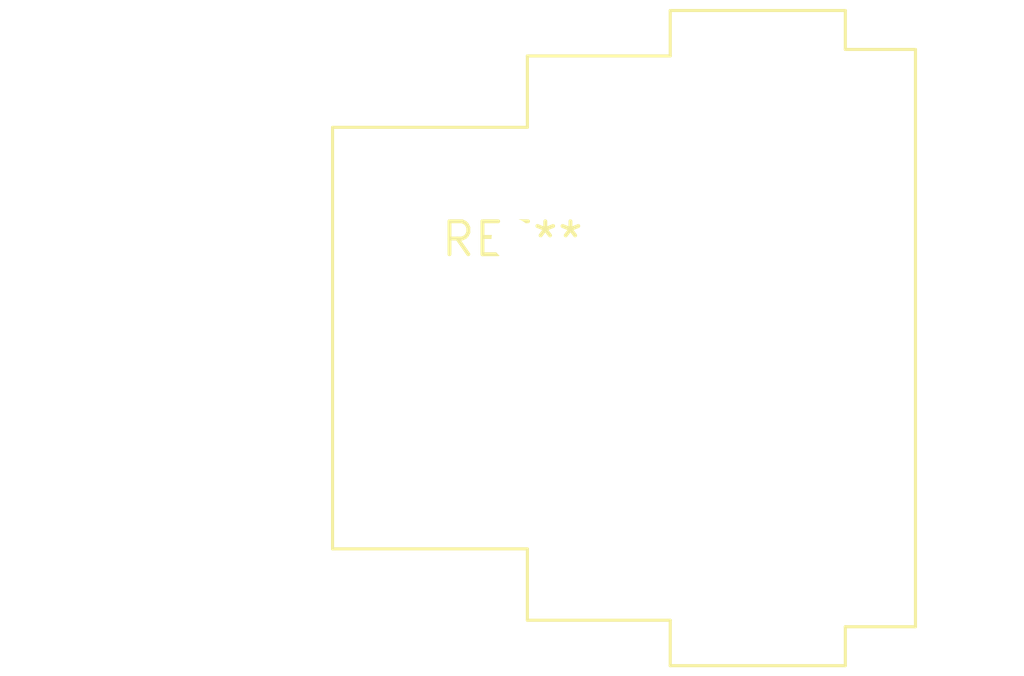
<source format=kicad_pcb>
(kicad_pcb (version 20240108) (generator pcbnew)
  (layers (0 "F.Cu" signal) (31 "B.Cu" signal) (34 "B.Paste" user) (35 "F.Paste" user) (36 "B.SilkS" user "B.Silkscreen") (37 "F.SilkS" user "F.Silkscreen") (38 "B.Mask" user) (39 "F.Mask" user) (44 "Edge.Cuts" user))
  (net 0 "")
  (footprint "Jack_XLR_Neutrik_NC3FAAH-0_Horizontal" (layer "F.Cu") (at 0 0)
    (property "Reference" "REF**")
    (property "Value" "Jack_XLR_Neutrik_NC3FAAH-0_Horizontal")
    (fp_line (start -6.92 -4.31) (end -6.92 11.93) (layer "F.SilkS") (stroke (width 0.12)))
    (fp_line (start 0.58 -7.06) (end 0.58 -4.31) (layer "F.SilkS") (stroke (width 0.12)))
    (fp_line (start 0.58 -4.31) (end -6.92 -4.31) (layer "F.SilkS") (stroke (width 0.12)))
    (fp_line (start 0.58 11.93) (end -6.92 11.93) (layer "F.SilkS") (stroke (width 0.12)))
    (fp_line (start 0.58 11.93) (end 0.58 14.68) (layer "F.SilkS") (stroke (width 0.12)))
    (fp_line (start 6.08 -7.06) (end 0.58 -7.06) (layer "F.SilkS") (stroke (width 0.12)))
    (fp_line (start 6.08 -7.06) (end 6.08 -8.81) (layer "F.SilkS") (stroke (width 0.12)))
    (fp_line (start 6.08 14.68) (end 0.58 14.68) (layer "F.SilkS") (stroke (width 0.12)))
    (fp_line (start 6.08 16.43) (end 6.08 14.68) (layer "F.SilkS") (stroke (width 0.12)))
    (fp_line (start 12.82 -8.81) (end 6.08 -8.81) (layer "F.SilkS") (stroke (width 0.12)))
    (fp_line (start 12.82 -8.81) (end 12.82 -7.31) (layer "F.SilkS") (stroke (width 0.12)))
    (fp_line (start 12.82 -7.31) (end 15.52 -7.31) (layer "F.SilkS") (stroke (width 0.12)))
    (fp_line (start 12.82 14.93) (end 12.82 16.43) (layer "F.SilkS") (stroke (width 0.12)))
    (fp_line (start 12.82 14.93) (end 15.52 14.93) (layer "F.SilkS") (stroke (width 0.12)))
    (fp_line (start 12.82 16.43) (end 6.08 16.43) (layer "F.SilkS") (stroke (width 0.12)))
    (fp_line (start 15.52 -7.31) (end 15.52 14.93) (layer "F.SilkS") (stroke (width 0.12)))
    (pad "" np_thru_hole circle (at 3.81 7.62) (size 1.6 1.6) (drill 1.6) (layers *.Cu *.Mask))
    (pad "" np_thru_hole circle (at 8.89 0) (size 1.6 1.6) (drill 1.6) (layers *.Cu *.Mask))
    (pad "1" thru_hole circle (at 0 0) (size 3.4 3.4) (drill 1.6) (layers *.Cu *.Mask) (remove_unused_layers))
    (pad "2" thru_hole circle (at -0.635 7.62) (size 3.4 3.4) (drill 1.6) (layers *.Cu *.Mask) (remove_unused_layers))
    (pad "3" thru_hole circle (at -4.45 3.81) (size 2.9 2.9) (drill 1.2) (layers *.Cu *.Mask) (remove_unused_layers))
  )
)
</source>
